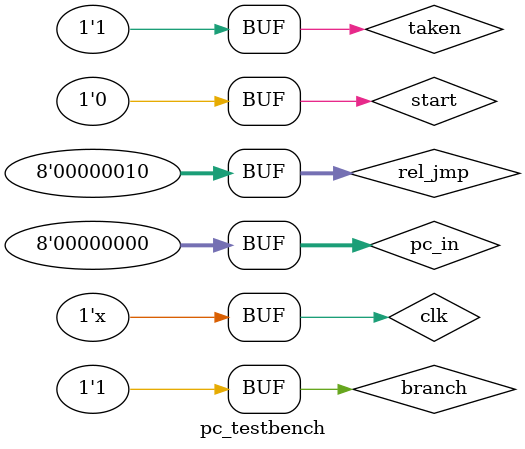
<source format=sv>
module pc_testbench();

reg clk;
reg start;
reg branch;
reg taken;
reg [7:0] rel_jmp; // we only use relative jumps
reg [7:0] pc_in;

wire [7:0] pc_out;

initial begin
	clk = 1;
	start = 0;
	branch = 0;
	taken = 0;
	rel_jmp = 0;
	pc_in = 0;
	
	#10 start = 1; // sets pc to 0
	#10 start = 0;
	#10	// pc = 1
	#10	// pc = 2
	#10 	// pc = 3
	#10   // pc = 4
	#10 branch = 1; taken = 1; rel_jmp = 2; // pc = 2
	#10	// pc = 3 
	#10 start = 1;
	#10 start = 0; 
	
end

	
always begin
	#5 clk = ~clk;
end

pc_exam b2v_inst(
	.clk(clk),
	.start(start),
	.branch(branch),
	.taken(taken),
	.rel_jmp(rel_jmp),
	.pc_in(pc_in),
	.pc_out(pc_out)
);

endmodule

</source>
